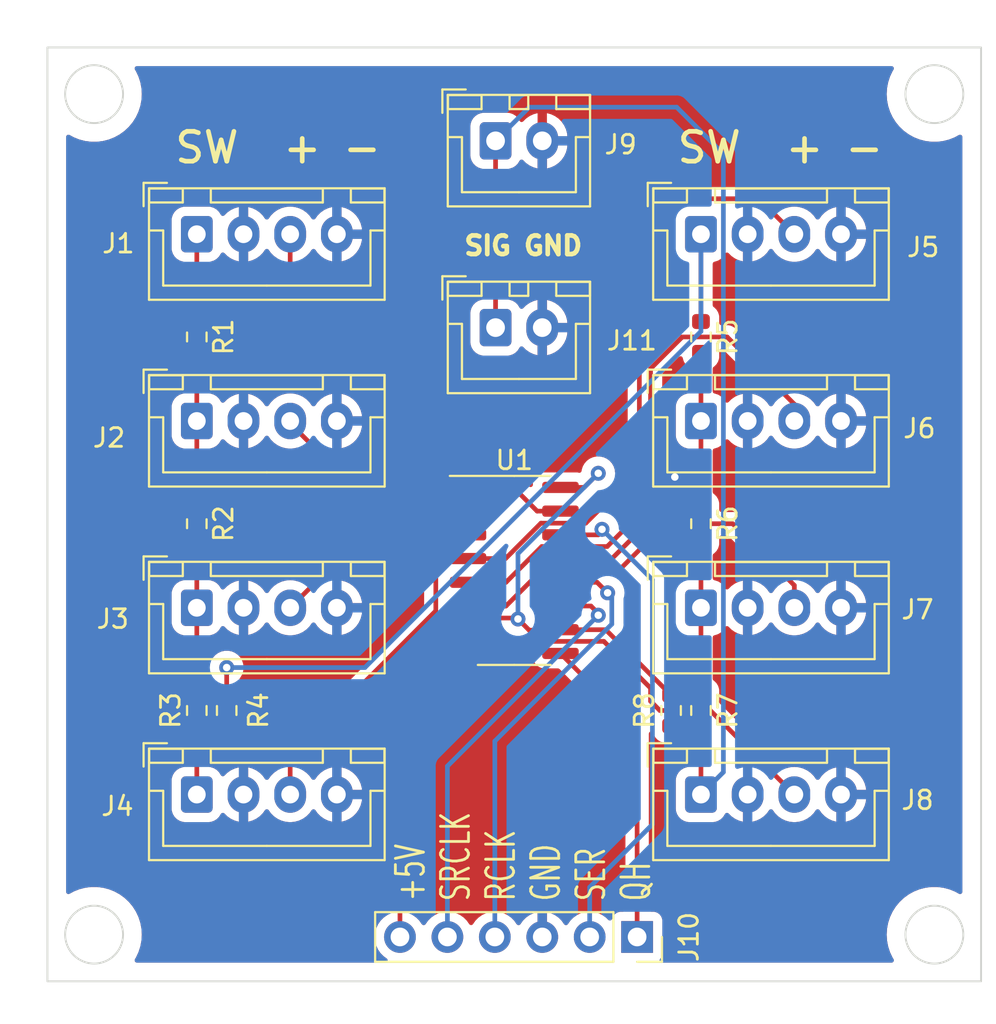
<source format=kicad_pcb>
(kicad_pcb (version 20221018) (generator pcbnew)
  (layers (0 "F.Cu" signal) (31 "B.Cu" signal) (34 "B.Paste" user) (35 "F.Paste" user) (36 "B.SilkS" user "B.Silkscreen") (37 "F.SilkS" user "F.Silkscreen") (38 "B.Mask" user) (39 "F.Mask" user) (44 "Edge.Cuts" user))
  (net 0 "")
  (net 1 "B1")
  (net 2 "GND")
  (net 3 "B2")
  (net 4 "B3")
  (net 5 "B4")
  (net 6 "B5")
  (net 7 "B6")
  (net 8 "B7")
  (net 9 "B8")
  (net 10 "QH")
  (net 11 "SER")
  (net 12 "RCLK")
  (net 13 "SRCLK")
  (net 14 "+5V")
  (net 15 "Net-(J1-Pin_1)")
  (net 16 "Net-(J2-Pin_1)")
  (net 17 "Net-(J3-Pin_1)")
  (net 18 "Net-(J4-Pin_1)")
  (net 19 "Net-(J5-Pin_1)")
  (net 20 "Net-(J6-Pin_1)")
  (net 21 "Net-(J7-Pin_1)")
  (net 22 "A1")
  (footprint "Resistor_SMD:R_0603_1608Metric" (layer "F.Cu") (at 8 25.5 -90)
    (fp_text reference "R2" (at 0 -1.43 90) (layer "F.SilkS"))
    (fp_text value "1k")
    (fp_line (start -0.237258 -0.5225) (end 0.237258 -0.5225) (stroke (width 0.12)) (layer "F.SilkS"))
    (fp_line (start -0.237258 0.5225) (end 0.237258 0.5225) (stroke (width 0.12)) (layer "F.SilkS"))
    (pad "1" smd roundrect (at -0.825 0 270) (size 0.8 0.95) (layers "F.Cu" "F.Paste" "F.Mask") (net 16 "Net-(J2-Pin_1)"))
    (pad "2" smd roundrect (at 0.825 0 270) (size 0.8 0.95) (layers "F.Cu" "F.Paste" "F.Mask") (net 17 "Net-(J3-Pin_1)"))
  )
  (footprint "Connector_JST:JST_XH_B2B-XH-A_1x02_P2.50mm_Vertical" (layer "F.Cu") (at 24 15)
    (fp_text reference "J11" (at 7.3 0.7) (layer "F.SilkS"))
    (fp_text value "JST_XH")
    (fp_line (start -2.85 -2.75) (end -2.85 -1.5) (stroke (width 0.12)) (layer "F.SilkS"))
    (fp_line (start -2.56 -2.46) (end -2.56 3.51) (stroke (width 0.12)) (layer "F.SilkS"))
    (fp_line (start -2.56 3.51) (end 5.06 3.51) (stroke (width 0.12)) (layer "F.SilkS"))
    (fp_line (start -2.55 -2.45) (end -2.55 -1.7) (stroke (width 0.12)) (layer "F.SilkS"))
    (fp_line (start -2.55 -1.7) (end -0.75 -1.7) (stroke (width 0.12)) (layer "F.SilkS"))
    (fp_line (start -2.55 -0.2) (end -1.8 -0.2) (stroke (width 0.12)) (layer "F.SilkS"))
    (fp_line (start -1.8 -0.2) (end -1.8 2.75) (stroke (width 0.12)) (layer "F.SilkS"))
    (fp_line (start -1.8 2.75) (end 1.25 2.75) (stroke (width 0.12)) (layer "F.SilkS"))
    (fp_line (start -1.6 -2.75) (end -2.85 -2.75) (stroke (width 0.12)) (layer "F.SilkS"))
    (fp_line (start -0.75 -2.45) (end -2.55 -2.45) (stroke (width 0.12)) (layer "F.SilkS"))
    (fp_line (start -0.75 -1.7) (end -0.75 -2.45) (stroke (width 0.12)) (layer "F.SilkS"))
    (fp_line (start 0.75 -2.45) (end 0.75 -1.7) (stroke (width 0.12)) (layer "F.SilkS"))
    (fp_line (start 0.75 -1.7) (end 1.75 -1.7) (stroke (width 0.12)) (layer "F.SilkS"))
    (fp_line (start 1.75 -2.45) (end 0.75 -2.45) (stroke (width 0.12)) (layer "F.SilkS"))
    (fp_line (start 1.75 -1.7) (end 1.75 -2.45) (stroke (width 0.12)) (layer "F.SilkS"))
    (fp_line (start 3.25 -2.45) (end 3.25 -1.7) (stroke (width 0.12)) (layer "F.SilkS"))
    (fp_line (start 3.25 -1.7) (end 5.05 -1.7) (stroke (width 0.12)) (layer "F.SilkS"))
    (fp_line (start 4.3 -0.2) (end 4.3 2.75) (stroke (width 0.12)) (layer "F.SilkS"))
    (fp_line (start 4.3 2.75) (end 1.25 2.75) (stroke (width 0.12)) (layer "F.SilkS"))
    (fp_line (start 5.05 -2.45) (end 3.25 -2.45) (stroke (width 0.12)) (layer "F.SilkS"))
    (fp_line (start 5.05 -1.7) (end 5.05 -2.45) (stroke (width 0.12)) (layer "F.SilkS"))
    (fp_line (start 5.05 -0.2) (end 4.3 -0.2) (stroke (width 0.12)) (layer "F.SilkS"))
    (fp_line (start 5.06 -2.46) (end -2.56 -2.46) (stroke (width 0.12)) (layer "F.SilkS"))
    (fp_line (start 5.06 3.51) (end 5.06 -2.46) (stroke (width 0.12)) (layer "F.SilkS"))
    (pad "1" thru_hole roundrect (at 0 0) (size 1.7 2) (drill 1) (layers "*.Cu" "*.Mask") (roundrect_rratio 0.1470588235) (net 22 "A1"))
    (pad "2" thru_hole oval (at 2.5 0) (size 1.7 2) (drill 1) (layers "*.Cu" "*.Mask") (net 2 "GND"))
  )
  (footprint "Connector_JST:JST_XH_B4B-XH-A_1x04_P2.50mm_Vertical" (layer "F.Cu") (at 35 40)
    (fp_text reference "J8" (at 11.6 0.3) (layer "F.SilkS"))
    (fp_text value "Conn_01x04")
    (fp_line (start -2.85 -2.75) (end -2.85 -1.5) (stroke (width 0.12)) (layer "F.SilkS"))
    (fp_line (start -2.56 -2.46) (end -2.56 3.51) (stroke (width 0.12)) (layer "F.SilkS"))
    (fp_line (start -2.56 3.51) (end 10.06 3.51) (stroke (width 0.12)) (layer "F.SilkS"))
    (fp_line (start -2.55 -2.45) (end -2.55 -1.7) (stroke (width 0.12)) (layer "F.SilkS"))
    (fp_line (start -2.55 -1.7) (end -0.75 -1.7) (stroke (width 0.12)) (layer "F.SilkS"))
    (fp_line (start -2.55 -0.2) (end -1.8 -0.2) (stroke (width 0.12)) (layer "F.SilkS"))
    (fp_line (start -1.8 -0.2) (end -1.8 2.75) (stroke (width 0.12)) (layer "F.SilkS"))
    (fp_line (start -1.8 2.75) (end 3.75 2.75) (stroke (width 0.12)) (layer "F.SilkS"))
    (fp_line (start -1.6 -2.75) (end -2.85 -2.75) (stroke (width 0.12)) (layer "F.SilkS"))
    (fp_line (start -0.75 -2.45) (end -2.55 -2.45) (stroke (width 0.12)) (layer "F.SilkS"))
    (fp_line (start -0.75 -1.7) (end -0.75 -2.45) (stroke (width 0.12)) (layer "F.SilkS"))
    (fp_line (start 0.75 -2.45) (end 0.75 -1.7) (stroke (width 0.12)) (layer "F.SilkS"))
    (fp_line (start 0.75 -1.7) (end 6.75 -1.7) (stroke (width 0.12)) (layer "F.SilkS"))
    (fp_line (start 6.75 -2.45) (end 0.75 -2.45) (stroke (width 0.12)) (layer "F.SilkS"))
    (fp_line (start 6.75 -1.7) (end 6.75 -2.45) (stroke (width 0.12)) (layer "F.SilkS"))
    (fp_line (start 8.25 -2.45) (end 8.25 -1.7) (stroke (width 0.12)) (layer "F.SilkS"))
    (fp_line (start 8.25 -1.7) (end 10.05 -1.7) (stroke (width 0.12)) (layer "F.SilkS"))
    (fp_line (start 9.3 -0.2) (end 9.3 2.75) (stroke (width 0.12)) (layer "F.SilkS"))
    (fp_line (start 9.3 2.75) (end 3.75 2.75) (stroke (width 0.12)) (layer "F.SilkS"))
    (fp_line (start 10.05 -2.45) (end 8.25 -2.45) (stroke (width 0.12)) (layer "F.SilkS"))
    (fp_line (start 10.05 -1.7) (end 10.05 -2.45) (stroke (width 0.12)) (layer "F.SilkS"))
    (fp_line (start 10.05 -0.2) (end 9.3 -0.2) (stroke (width 0.12)) (layer "F.SilkS"))
    (fp_line (start 10.06 -2.46) (end -2.56 -2.46) (stroke (width 0.12)) (layer "F.SilkS"))
    (fp_line (start 10.06 3.51) (end 10.06 -2.46) (stroke (width 0.12)) (layer "F.SilkS"))
    (pad "1" thru_hole roundrect (at 0 0) (size 1.7 1.95) (drill 0.95) (layers "*.Cu" "*.Mask") (roundrect_rratio 0.1470588235) (net 22 "A1"))
    (pad "2" thru_hole oval (at 2.5 0) (size 1.7 1.95) (drill 0.95) (layers "*.Cu" "*.Mask") (net 2 "GND"))
    (pad "3" thru_hole oval (at 5 0) (size 1.7 1.95) (drill 0.95) (layers "*.Cu" "*.Mask") (net 9 "B8"))
    (pad "4" thru_hole oval (at 7.5 0) (size 1.7 1.95) (drill 0.95) (layers "*.Cu" "*.Mask") (net 2 "GND"))
  )
  (footprint "Connector_PinSocket_2.54mm:PinSocket_1x06_P2.54mm_Vertical" (layer "F.Cu") (at 31.58 47.625 -90)
    (fp_text reference "J10" (at 0 -2.77 90) (layer "F.SilkS"))
    (fp_text value "Conn_01x06")
    (fp_line (start -1.33 1.27) (end -1.33 14.03) (stroke (width 0.12)) (layer "F.SilkS"))
    (fp_line (start -1.33 1.27) (end 1.33 1.27) (stroke (width 0.12)) (layer "F.SilkS"))
    (fp_line (start -1.33 14.03) (end 1.33 14.03) (stroke (width 0.12)) (layer "F.SilkS"))
    (fp_line (start 0 -1.33) (end 1.33 -1.33) (stroke (width 0.12)) (layer "F.SilkS"))
    (fp_line (start 1.33 -1.33) (end 1.33 0) (stroke (width 0.12)) (layer "F.SilkS"))
    (fp_line (start 1.33 1.27) (end 1.33 14.03) (stroke (width 0.12)) (layer "F.SilkS"))
    (pad "1" thru_hole rect (at 0 0 270) (size 1.7 1.7) (drill 1) (layers "*.Cu" "*.Mask") (net 10 "QH"))
    (pad "2" thru_hole oval (at 0 2.54 270) (size 1.7 1.7) (drill 1) (layers "*.Cu" "*.Mask") (net 11 "SER"))
    (pad "3" thru_hole oval (at 0 5.08 270) (size 1.7 1.7) (drill 1) (layers "*.Cu" "*.Mask") (net 2 "GND"))
    (pad "4" thru_hole oval (at 0 7.62 270) (size 1.7 1.7) (drill 1) (layers "*.Cu" "*.Mask") (net 12 "RCLK"))
    (pad "5" thru_hole oval (at 0 10.16 270) (size 1.7 1.7) (drill 1) (layers "*.Cu" "*.Mask") (net 13 "SRCLK"))
    (pad "6" thru_hole oval (at 0 12.7 270) (size 1.7 1.7) (drill 1) (layers "*.Cu" "*.Mask") (net 14 "+5V"))
  )
  (footprint "Resistor_SMD:R_0603_1608Metric" (layer "F.Cu") (at 33.4 35.5 90)
    (fp_text reference "R8" (at 0 -1.43 90) (layer "F.SilkS"))
    (fp_text value "1k")
    (fp_line (start -0.237258 -0.5225) (end 0.237258 -0.5225) (stroke (width 0.12)) (layer "F.SilkS"))
    (fp_line (start -0.237258 0.5225) (end 0.237258 0.5225) (stroke (width 0.12)) (layer "F.SilkS"))
    (pad "1" smd roundrect (at -0.825 0 90) (size 0.8 0.95) (layers "F.Cu" "F.Paste" "F.Mask") (net 22 "A1"))
    (pad "2" smd roundrect (at 0.825 0 90) (size 0.8 0.95) (layers "F.Cu" "F.Paste" "F.Mask") (net 14 "+5V"))
  )
  (footprint "Resistor_SMD:R_0603_1608Metric" (layer "F.Cu") (at 35 35.5 -90)
    (fp_text reference "R7" (at 0 -1.43 90) (layer "F.SilkS"))
    (fp_text value "1k")
    (fp_line (start -0.237258 -0.5225) (end 0.237258 -0.5225) (stroke (width 0.12)) (layer "F.SilkS"))
    (fp_line (start -0.237258 0.5225) (end 0.237258 0.5225) (stroke (width 0.12)) (layer "F.SilkS"))
    (pad "1" smd roundrect (at -0.825 0 270) (size 0.8 0.95) (layers "F.Cu" "F.Paste" "F.Mask") (net 21 "Net-(J7-Pin_1)"))
    (pad "2" smd roundrect (at 0.825 0 270) (size 0.8 0.95) (layers "F.Cu" "F.Paste" "F.Mask") (net 22 "A1"))
  )
  (footprint "Connector_JST:JST_XH_B4B-XH-A_1x04_P2.50mm_Vertical" (layer "F.Cu") (at 8 10)
    (fp_text reference "J1" (at -4.2 0.5) (layer "F.SilkS"))
    (fp_text value "Conn_01x04")
    (fp_line (start -2.85 -2.75) (end -2.85 -1.5) (stroke (width 0.12)) (layer "F.SilkS"))
    (fp_line (start -2.56 -2.46) (end -2.56 3.51) (stroke (width 0.12)) (layer "F.SilkS"))
    (fp_line (start -2.56 3.51) (end 10.06 3.51) (stroke (width 0.12)) (layer "F.SilkS"))
    (fp_line (start -2.55 -2.45) (end -2.55 -1.7) (stroke (width 0.12)) (layer "F.SilkS"))
    (fp_line (start -2.55 -1.7) (end -0.75 -1.7) (stroke (width 0.12)) (layer "F.SilkS"))
    (fp_line (start -2.55 -0.2) (end -1.8 -0.2) (stroke (width 0.12)) (layer "F.SilkS"))
    (fp_line (start -1.8 -0.2) (end -1.8 2.75) (stroke (width 0.12)) (layer "F.SilkS"))
    (fp_line (start -1.8 2.75) (end 3.75 2.75) (stroke (width 0.12)) (layer "F.SilkS"))
    (fp_line (start -1.6 -2.75) (end -2.85 -2.75) (stroke (width 0.12)) (layer "F.SilkS"))
    (fp_line (start -0.75 -2.45) (end -2.55 -2.45) (stroke (width 0.12)) (layer "F.SilkS"))
    (fp_line (start -0.75 -1.7) (end -0.75 -2.45) (stroke (width 0.12)) (layer "F.SilkS"))
    (fp_line (start 0.75 -2.45) (end 0.75 -1.7) (stroke (width 0.12)) (layer "F.SilkS"))
    (fp_line (start 0.75 -1.7) (end 6.75 -1.7) (stroke (width 0.12)) (layer "F.SilkS"))
    (fp_line (start 6.75 -2.45) (end 0.75 -2.45) (stroke (width 0.12)) (layer "F.SilkS"))
    (fp_line (start 6.75 -1.7) (end 6.75 -2.45) (stroke (width 0.12)) (layer "F.SilkS"))
    (fp_line (start 8.25 -2.45) (end 8.25 -1.7) (stroke (width 0.12)) (layer "F.SilkS"))
    (fp_line (start 8.25 -1.7) (end 10.05 -1.7) (stroke (width 0.12)) (layer "F.SilkS"))
    (fp_line (start 9.3 -0.2) (end 9.3 2.75) (stroke (width 0.12)) (layer "F.SilkS"))
    (fp_line (start 9.3 2.75) (end 3.75 2.75) (stroke (width 0.12)) (layer "F.SilkS"))
    (fp_line (start 10.05 -2.45) (end 8.25 -2.45) (stroke (width 0.12)) (layer "F.SilkS"))
    (fp_line (start 10.05 -1.7) (end 10.05 -2.45) (stroke (width 0.12)) (layer "F.SilkS"))
    (fp_line (start 10.05 -0.2) (end 9.3 -0.2) (stroke (width 0.12)) (layer "F.SilkS"))
    (fp_line (start 10.06 -2.46) (end -2.56 -2.46) (stroke (width 0.12)) (layer "F.SilkS"))
    (fp_line (start 10.06 3.51) (end 10.06 -2.46) (stroke (width 0.12)) (layer "F.SilkS"))
    (pad "1" thru_hole roundrect (at 0 0) (size 1.7 1.95) (drill 0.95) (layers "*.Cu" "*.Mask") (roundrect_rratio 0.1470588235) (net 15 "Net-(J1-Pin_1)"))
    (pad "2" thru_hole oval (at 2.5 0) (size 1.7 1.95) (drill 0.95) (layers "*.Cu" "*.Mask") (net 2 "GND"))
    (pad "3" thru_hole oval (at 5 0) (size 1.7 1.95) (drill 0.95) (layers "*.Cu" "*.Mask") (net 1 "B1"))
    (pad "4" thru_hole oval (at 7.5 0) (size 1.7 1.95) (drill 0.95) (layers "*.Cu" "*.Mask") (net 2 "GND"))
  )
  (footprint "Package_SO:SOIC-16_3.9x9.9mm_P1.27mm" (layer "F.Cu") (at 25 28)
    (fp_text reference "U1" (at 0 -5.9) (layer "F.SilkS"))
    (fp_text value "74HC595")
    (fp_line (start 0 -5.06) (end -3.45 -5.06) (stroke (width 0.12)) (layer "F.SilkS"))
    (fp_line (start 0 -5.06) (end 1.95 -5.06) (stroke (width 0.12)) (layer "F.SilkS"))
    (fp_line (start 0 5.06) (end -1.95 5.06) (stroke (width 0.12)) (layer "F.SilkS"))
    (fp_line (start 0 5.06) (end 1.95 5.06) (stroke (width 0.12)) (layer "F.SilkS"))
    (pad "1" smd roundrect (at -2.475 -4.445) (size 1.95 0.6) (layers "F.Cu" "F.Paste" "F.Mask") (net 3 "B2"))
    (pad "2" smd roundrect (at -2.475 -3.175) (size 1.95 0.6) (layers "F.Cu" "F.Paste" "F.Mask") (net 4 "B3"))
    (pad "3" smd roundrect (at -2.475 -1.905) (size 1.95 0.6) (layers "F.Cu" "F.Paste" "F.Mask") (net 5 "B4"))
    (pad "4" smd roundrect (at -2.475 -0.635) (size 1.95 0.6) (layers "F.Cu" "F.Paste" "F.Mask") (net 6 "B5"))
    (pad "5" smd roundrect (at -2.475 0.635) (size 1.95 0.6) (layers "F.Cu" "F.Paste" "F.Mask") (net 7 "B6"))
    (pad "6" smd roundrect (at -2.475 1.905) (size 1.95 0.6) (layers "F.Cu" "F.Paste" "F.Mask") (net 8 "B7"))
    (pad "7" smd roundrect (at -2.475 3.175) (size 1.95 0.6) (layers "F.Cu" "F.Paste" "F.Mask") (net 9 "B8"))
    (pad "8" smd roundrect (at -2.475 4.445) (size 1.95 0.6) (layers "F.Cu" "F.Paste" "F.Mask") (net 2 "GND"))
    (pad "9" smd roundrect (at 2.475 4.445) (size 1.95 0.6) (layers "F.Cu" "F.Paste" "F.Mask") (net 10 "QH"))
    (pad "10" smd roundrect (at 2.475 3.175) (size 1.95 0.6) (layers "F.Cu" "F.Paste" "F.Mask") (net 14 "+5V"))
    (pad "11" smd roundrect (at 2.475 1.905) (size 1.95 0.6) (layers "F.Cu" "F.Paste" "F.Mask") (net 13 "SRCLK"))
    (pad "12" smd roundrect (at 2.475 0.635) (size 1.95 0.6) (layers "F.Cu" "F.Paste" "F.Mask") (net 12 "RCLK"))
    (pad "13" smd roundrect (at 2.475 -0.635) (size 1.95 0.6) (layers "F.Cu" "F.Paste" "F.Mask") (net 2 "GND"))
    (pad "14" smd roundrect (at 2.475 -1.905) (size 1.95 0.6) (layers "F.Cu" "F.Paste" "F.Mask") (net 11 "SER"))
    (pad "15" smd roundrect (at 2.475 -3.175) (size 1.95 0.6) (layers "F.Cu" "F.Paste" "F.Mask") (net 1 "B1"))
    (pad "16" smd roundrect (at 2.475 -4.445) (size 1.95 0.6) (layers "F.Cu" "F.Paste" "F.Mask") (net 14 "+5V"))
  )
  (footprint "Connector_JST:JST_XH_B4B-XH-A_1x04_P2.50mm_Vertical" (layer "F.Cu") (at 35 30)
    (fp_text reference "J7" (at 11.6 0.1) (layer "F.SilkS"))
    (fp_text value "Conn_01x04")
    (fp_line (start -2.85 -2.75) (end -2.85 -1.5) (stroke (width 0.12)) (layer "F.SilkS"))
    (fp_line (start -2.56 -2.46) (end -2.56 3.51) (stroke (width 0.12)) (layer "F.SilkS"))
    (fp_line (start -2.56 3.51) (end 10.06 3.51) (stroke (width 0.12)) (layer "F.SilkS"))
    (fp_line (start -2.55 -2.45) (end -2.55 -1.7) (stroke (width 0.12)) (layer "F.SilkS"))
    (fp_line (start -2.55 -1.7) (end -0.75 -1.7) (stroke (width 0.12)) (layer "F.SilkS"))
    (fp_line (start -2.55 -0.2) (end -1.8 -0.2) (stroke (width 0.12)) (layer "F.SilkS"))
    (fp_line (start -1.8 -0.2) (end -1.8 2.75) (stroke (width 0.12)) (layer "F.SilkS"))
    (fp_line (start -1.8 2.75) (end 3.75 2.75) (stroke (width 0.12)) (layer "F.SilkS"))
    (fp_line (start -1.6 -2.75) (end -2.85 -2.75) (stroke (width 0.12)) (layer "F.SilkS"))
    (fp_line (start -0.75 -2.45) (end -2.55 -2.45) (stroke (width 0.12)) (layer "F.SilkS"))
    (fp_line (start -0.75 -1.7) (end -0.75 -2.45) (stroke (width 0.12)) (layer "F.SilkS"))
    (fp_line (start 0.75 -2.45) (end 0.75 -1.7) (stroke (width 0.12)) (layer "F.SilkS"))
    (fp_line (start 0.75 -1.7) (end 6.75 -1.7) (stroke (width 0.12)) (layer "F.SilkS"))
    (fp_line (start 6.75 -2.45) (end 0.75 -2.45) (stroke (width 0.12)) (layer "F.SilkS"))
    (fp_line (start 6.75 -1.7) (end 6.75 -2.45) (stroke (width 0.12)) (layer "F.SilkS"))
    (fp_line (start 8.25 -2.45) (end 8.25 -1.7) (stroke (width 0.12)) (layer "F.SilkS"))
    (fp_line (start 8.25 -1.7) (end 10.05 -1.7) (stroke (width 0.12)) (layer "F.SilkS"))
    (fp_line (start 9.3 -0.2) (end 9.3 2.75) (stroke (width 0.12)) (layer "F.SilkS"))
    (fp_line (start 9.3 2.75) (end 3.75 2.75) (stroke (width 0.12)) (layer "F.SilkS"))
    (fp_line (start 10.05 -2.45) (end 8.25 -2.45) (stroke (width 0.12)) (layer "F.SilkS"))
    (fp_line (start 10.05 -1.7) (end 10.05 -2.45) (stroke (width 0.12)) (layer "F.SilkS"))
    (fp_line (start 10.05 -0.2) (end 9.3 -0.2) (stroke (width 0.12)) (layer "F.SilkS"))
    (fp_line (start 10.06 -2.46) (end -2.56 -2.46) (stroke (width 0.12)) (layer "F.SilkS"))
    (fp_line (start 10.06 3.51) (end 10.06 -2.46) (stroke (width 0.12)) (layer "F.SilkS"))
    (pad "1" thru_hole roundrect (at 0 0) (size 1.7 1.95) (drill 0.95) (layers "*.Cu" "*.Mask") (roundrect_rratio 0.1470588235) (net 21 "Net-(J7-Pin_1)"))
    (pad "2" thru_hole oval (at 2.5 0) (size 1.7 1.95) (drill 0.95) (layers "*.Cu" "*.Mask") (net 2 "GND"))
    (pad "3" thru_hole oval (at 5 0) (size 1.7 1.95) (drill 0.95) (layers "*.Cu" "*.Mask") (net 8 "B7"))
    (pad "4" thru_hole oval (at 7.5 0) (size 1.7 1.95) (drill 0.95) (layers "*.Cu" "*.Mask") (net 2 "GND"))
  )
  (footprint "Connector_JST:JST_XH_B4B-XH-A_1x04_P2.50mm_Vertical" (layer "F.Cu") (at 35 20)
    (fp_text reference "J6" (at 11.7 0.4) (layer "F.SilkS"))
    (fp_text value "Conn_01x04")
    (fp_line (start -2.85 -2.75) (end -2.85 -1.5) (stroke (width 0.12)) (layer "F.SilkS"))
    (fp_line (start -2.56 -2.46) (end -2.56 3.51) (stroke (width 0.12)) (layer "F.SilkS"))
    (fp_line (start -2.56 3.51) (end 10.06 3.51) (stroke (width 0.12)) (layer "F.SilkS"))
    (fp_line (start -2.55 -2.45) (end -2.55 -1.7) (stroke (width 0.12)) (layer "F.SilkS"))
    (fp_line (start -2.55 -1.7) (end -0.75 -1.7) (stroke (width 0.12)) (layer "F.SilkS"))
    (fp_line (start -2.55 -0.2) (end -1.8 -0.2) (stroke (width 0.12)) (layer "F.SilkS"))
    (fp_line (start -1.8 -0.2) (end -1.8 2.75) (stroke (width 0.12)) (layer "F.SilkS"))
    (fp_line (start -1.8 2.75) (end 3.75 2.75) (stroke (width 0.12)) (layer "F.SilkS"))
    (fp_line (start -1.6 -2.75) (end -2.85 -2.75) (stroke (width 0.12)) (layer "F.SilkS"))
    (fp_line (start -0.75 -2.45) (end -2.55 -2.45) (stroke (width 0.12)) (layer "F.SilkS"))
    (fp_line (start -0.75 -1.7) (end -0.75 -2.45) (stroke (width 0.12)) (layer "F.SilkS"))
    (fp_line (start 0.75 -2.45) (end 0.75 -1.7) (stroke (width 0.12)) (layer "F.SilkS"))
    (fp_line (start 0.75 -1.7) (end 6.75 -1.7) (stroke (width 0.12)) (layer "F.SilkS"))
    (fp_line (start 6.75 -2.45) (end 0.75 -2.45) (stroke (width 0.12)) (layer "F.SilkS"))
    (fp_line (start 6.75 -1.7) (end 6.75 -2.45) (stroke (width 0.12)) (layer "F.SilkS"))
    (fp_line (start 8.25 -2.45) (end 8.25 -1.7) (stroke (width 0.12)) (layer "F.SilkS"))
    (fp_line (start 8.25 -1.7) (end 10.05 -1.7) (stroke (width 0.12)) (layer "F.SilkS"))
    (fp_line (start 9.3 -0.2) (end 9.3 2.75) (stroke (width 0.12)) (layer "F.SilkS"))
    (fp_line (start 9.3 2.75) (end 3.75 2.75) (stroke (width 0.12)) (layer "F.SilkS"))
    (fp_line (start 10.05 -2.45) (end 8.25 -2.45) (stroke (width 0.12)) (layer "F.SilkS"))
    (fp_line (start 10.05 -1.7) (end 10.05 -2.45) (stroke (width 0.12)) (layer "F.SilkS"))
    (fp_line (start 10.05 -0.2) (end 9.3 -0.2) (stroke (width 0.12)) (layer "F.SilkS"))
    (fp_line (start 10.06 -2.46) (end -2.56 -2.46) (stroke (width 0.12)) (layer "F.SilkS"))
    (fp_line (start 10.06 3.51) (end 10.06 -2.46) (stroke (width 0.12)) (layer "F.SilkS"))
    (pad "1" thru_hole roundrect (at 0 0) (size 1.7 1.95) (drill 0.95) (layers "*.Cu" "*.Mask") (roundrect_rratio 0.1470588235) (net 20 "Net-(J6-Pin_1)"))
    (pad "2" thru_hole oval (at 2.5 0) (size 1.7 1.95) (drill 0.95) (layers "*.Cu" "*.Mask") (net 2 "GND"))
    (pad "3" thru_hole oval (at 5 0) (size 1.7 1.95) (drill 0.95) (layers "*.Cu" "*.Mask") (net 7 "B6"))
    (pad "4" thru_hole oval (at 7.5 0) (size 1.7 1.95) (drill 0.95) (layers "*.Cu" "*.Mask") (net 2 "GND"))
  )
  (footprint "Connector_JST:JST_XH_B4B-XH-A_1x04_P2.50mm_Vertical" (layer "F.Cu") (at 35 10)
    (fp_text reference "J5" (at 11.9 0.7) (layer "F.SilkS"))
    (fp_text value "Conn_01x04")
    (fp_line (start -2.85 -2.75) (end -2.85 -1.5) (stroke (width 0.12)) (layer "F.SilkS"))
    (fp_line (start -2.56 -2.46) (end -2.56 3.51) (stroke (width 0.12)) (layer "F.SilkS"))
    (fp_line (start -2.56 3.51) (end 10.06 3.51) (stroke (width 0.12)) (layer "F.SilkS"))
    (fp_line (start -2.55 -2.45) (end -2.55 -1.7) (stroke (width 0.12)) (layer "F.SilkS"))
    (fp_line (start -2.55 -1.7) (end -0.75 -1.7) (stroke (width 0.12)) (layer "F.SilkS"))
    (fp_line (start -2.55 -0.2) (end -1.8 -0.2) (stroke (width 0.12)) (layer "F.SilkS"))
    (fp_line (start -1.8 -0.2) (end -1.8 2.75) (stroke (width 0.12)) (layer "F.SilkS"))
    (fp_line (start -1.8 2.75) (end 3.75 2.75) (stroke (width 0.12)) (layer "F.SilkS"))
    (fp_line (start -1.6 -2.75) (end -2.85 -2.75) (stroke (width 0.12)) (layer "F.SilkS"))
    (fp_line (start -0.75 -2.45) (end -2.55 -2.45) (stroke (width 0.12)) (layer "F.SilkS"))
    (fp_line (start -0.75 -1.7) (end -0.75 -2.45) (stroke (width 0.12)) (layer "F.SilkS"))
    (fp_line (start 0.75 -2.45) (end 0.75 -1.7) (stroke (width 0.12)) (layer "F.SilkS"))
    (fp_line (start 0.75 -1.7) (end 6.75 -1.7) (stroke (width 0.12)) (layer "F.SilkS"))
    (fp_line (start 6.75 -2.45) (end 0.75 -2.45) (stroke (width 0.12)) (layer "F.SilkS"))
    (fp_line (start 6.75 -1.7) (end 6.75 -2.45) (stroke (width 0.12)) (layer "F.SilkS"))
    (fp_line (start 8.25 -2.45) (end 8.25 -1.7) (stroke (width 0.12)) (layer "F.SilkS"))
    (fp_line (start 8.25 -1.7) (end 10.05 -1.7) (stroke (width 0.12)) (layer "F.SilkS"))
    (fp_line (start 9.3 -0.2) (end 9.3 2.75) (stroke (width 0.12)) (layer "F.SilkS"))
    (fp_line (start 9.3 2.75) (end 3.75 2.75) (stroke (width 0.12)) (layer "F.SilkS"))
    (fp_line (start 10.05 -2.45) (end 8.25 -2.45) (stroke (width 0.12)) (layer "F.SilkS"))
    (fp_line (start 10.05 -1.7) (end 10.05 -2.45) (stroke (width 0.12)) (layer "F.SilkS"))
    (fp_line (start 10.05 -0.2) (end 9.3 -0.2) (stroke (width 0.12)) (layer "F.SilkS"))
    (fp_line (start 10.06 -2.46) (end -2.56 -2.46) (stroke (width 0.12)) (layer "F.SilkS"))
    (fp_line (start 10.06 3.51) (end 10.06 -2.46) (stroke (width 0.12)) (layer "F.SilkS"))
    (pad "1" thru_hole roundrect (at 0 0) (size 1.7 1.95) (drill 0.95) (layers "*.Cu" "*.Mask") (roundrect_rratio 0.1470588235) (net 19 "Net-(J5-Pin_1)"))
    (pad "2" thru_hole oval (at 2.5 0) (size 1.7 1.95) (drill 0.95) (layers "*.Cu" "*.Mask") (net 2 "GND"))
    (pad "3" thru_hole oval (at 5 0) (size 1.7 1.95) (drill 0.95) (layers "*.Cu" "*.Mask") (net 6 "B5"))
    (pad "4" thru_hole oval (at 7.5 0) (size 1.7 1.95) (drill 0.95) (layers "*.Cu" "*.Mask") (net 2 "GND"))
  )
  (footprint "Resistor_SMD:R_0603_1608Metric" (layer "F.Cu") (at 8 15.5 -90)
    (fp_text reference "R1" (at 0 -1.43 90) (layer "F.SilkS"))
    (fp_text value "1k")
    (fp_line (start -0.237258 -0.5225) (end 0.237258 -0.5225) (stroke (width 0.12)) (layer "F.SilkS"))
    (fp_line (start -0.237258 0.5225) (end 0.237258 0.5225) (stroke (width 0.12)) (layer "F.SilkS"))
    (pad "1" smd roundrect (at -0.825 0 270) (size 0.8 0.95) (layers "F.Cu" "F.Paste" "F.Mask") (net 15 "Net-(J1-Pin_1)"))
    (pad "2" smd roundrect (at 0.825 0 270) (size 0.8 0.95) (layers "F.Cu" "F.Paste" "F.Mask") (net 16 "Net-(J2-Pin_1)"))
  )
  (footprint "Connector_JST:JST_XH_B2B-XH-A_1x02_P2.50mm_Vertical" (layer "F.Cu") (at 24 5)
    (fp_text reference "J9" (at 6.7 0.2) (layer "F.SilkS"))
    (fp_text value "JST_XH")
    (fp_line (start -2.85 -2.75) (end -2.85 -1.5) (stroke (width 0.12)) (layer "F.SilkS"))
    (fp_line (start -2.56 -2.46) (end -2.56 3.51) (stroke (width 0.12)) (layer "F.SilkS"))
    (fp_line (start -2.56 3.51) (end 5.06 3.51) (stroke (width 0.12)) (layer "F.SilkS"))
    (fp_line (start -2.55 -2.45) (end -2.55 -1.7) (stroke (width 0.12)) (layer "F.SilkS"))
    (fp_line (start -2.55 -1.7) (end -0.75 -1.7) (stroke (width 0.12)) (layer "F.SilkS"))
    (fp_line (start -2.55 -0.2) (end -1.8 -0.2) (stroke (width 0.12)) (layer "F.SilkS"))
    (fp_line (start -1.8 -0.2) (end -1.8 2.75) (stroke (width 0.12)) (layer "F.SilkS"))
    (fp_line (start -1.8 2.75) (end 1.25 2.75) (stroke (width 0.12)) (layer "F.SilkS"))
    (fp_line (start -1.6 -2.75) (end -2.85 -2.75) (stroke (width 0.12)) (layer "F.SilkS"))
    (fp_line (start -0.75 -2.45) (end -2.55 -2.45) (stroke (width 0.12)) (layer "F.SilkS"))
    (fp_line (start -0.75 -1.7) (end -0.75 -2.45) (stroke (width 0.12)) (layer "F.SilkS"))
    (fp_line (start 0.75 -2.45) (end 0.75 -1.7) (stroke (width 0.12)) (layer "F.SilkS"))
    (fp_line (start 0.75 -1.7) (end 1.75 -1.7) (stroke (width 0.12)) (layer "F.SilkS"))
    (fp_line (start 1.75 -2.45) (end 0.75 -2.45) (stroke (width 0.12)) (layer "F.SilkS"))
    (fp_line (start 1.75 -1.7) (end 1.75 -2.45) (stroke (width 0.12)) (layer "F.SilkS"))
    (fp_line (start 3.25 -2.45) (end 3.25 -1.7) (stroke (width 0.12)) (layer "F.SilkS"))
    (fp_line (start 3.25 -1.7) (end 5.05 -1.7) (stroke (width 0.12)) (layer "F.SilkS"))
    (fp_line (start 4.3 -0.2) (end 4.3 2.75) (stroke (width 0.12)) (layer "F.SilkS"))
    (fp_line (start 4.3 2.75) (end 1.25 2.75) (stroke (width 0.12)) (layer "F.SilkS"))
    (fp_line (start 5.05 -2.45) (end 3.25 -2.45) (stroke (width 0.12)) (layer "F.SilkS"))
    (fp_line (start 5.05 -1.7) (end 5.05 -2.45) (stroke (width 0.12)) (layer "F.SilkS"))
    (fp_line (start 5.05 -0.2) (end 4.3 -0.2) (stroke (width 0.12)) (layer "F.SilkS"))
    (fp_line (start 5.06 -2.46) (end -2.56 -2.46) (stroke (width 0.12)) (layer "F.SilkS"))
    (fp_line (start 5.06 3.51) (end 5.06 -2.46) (stroke (width 0.12)) (layer "F.SilkS"))
    (pad "1" thru_hole roundrect (at 0 0) (size 1.7 2) (drill 1) (layers "*.Cu" "*.Mask") (roundrect_rratio 0.1470588235) (net 22 "A1"))
    (pad "2" thru_hole oval (at 2.5 0) (size 1.7 2) (drill 1) (layers "*.Cu" "*.Mask") (net 2 "GND"))
  )
  (footprint "Connector_JST:JST_XH_B4B-XH-A_1x04_P2.50mm_Vertical" (layer "F.Cu") (at 8 20)
    (fp_text reference "J2" (at -4.7 0.9) (layer "F.SilkS"))
    (fp_text value "Conn_01x04")
    (fp_line (start -2.85 -2.75) (end -2.85 -1.5) (stroke (width 0.12)) (layer "F.SilkS"))
    (fp_line (start -2.56 -2.46) (end -2.56 3.51) (stroke (width 0.12)) (layer "F.SilkS"))
    (fp_line (start -2.56 3.51) (end 10.06 3.51) (stroke (width 0.12)) (layer "F.SilkS"))
    (fp_line (start -2.55 -2.45) (end -2.55 -1.7) (stroke (width 0.12)) (layer "F.SilkS"))
    (fp_line (start -2.55 -1.7) (end -0.75 -1.7) (stroke (width 0.12)) (layer "F.SilkS"))
    (fp_line (start -2.55 -0.2) (end -1.8 -0.2) (stroke (width 0.12)) (layer "F.SilkS"))
    (fp_line (start -1.8 -0.2) (end -1.8 2.75) (stroke (width 0.12)) (layer "F.SilkS"))
    (fp_line (start -1.8 2.75) (end 3.75 2.75) (stroke (width 0.12)) (layer "F.SilkS"))
    (fp_line (start -1.6 -2.75) (end -2.85 -2.75) (stroke (width 0.12)) (layer "F.SilkS"))
    (fp_line (start -0.75 -2.45) (end -2.55 -2.45) (stroke (width 0.12)) (layer "F.SilkS"))
    (fp_line (start -0.75 -1.7) (end -0.75 -2.45) (stroke (width 0.12)) (layer "F.SilkS"))
    (fp_line (start 0.75 -2.45) (end 0.75 -1.7) (stroke (width 0.12)) (layer "F.SilkS"))
    (fp_line (start 0.75 -1.7) (end 6.75 -1.7) (stroke (width 0.12)) (layer "F.SilkS"))
    (fp_line (start 6.75 -2.45) (end 0.75 -2.45) (stroke (width 0.12)) (layer "F.SilkS"))
    (fp_line (start 6.75 -1.7) (end 6.75 -2.45) (stroke (width 0.12)) (layer "F.SilkS"))
    (fp_line (start 8.25 -2.45) (end 8.25 -1.7) (stroke (width 0.12)) (layer "F.SilkS"))
    (fp_line (start 8.25 -1.7) (end 10.05 -1.7) (stroke (width 0.12)) (layer "F.SilkS"))
    (fp_line (start 9.3 -0.2) (end 9.3 2.75) (stroke (width 0.12)) (layer "F.SilkS"))
    (fp_line (start 9.3 2.75) (end 3.75 2.75) (stroke (width 0.12)) (layer "F.SilkS"))
    (fp_line (start 10.05 -2.45) (end 8.25 -2.45) (stroke (width 0.12)) (layer "F.SilkS"))
    (fp_line (start 10.05 -1.7) (end 10.05 -2.45) (stroke (width 0.12)) (layer "F.SilkS"))
    (fp_line (start 10.05 -0.2) (end 9.3 -0.2) (stroke (width 0.12)) (layer "F.SilkS"))
    (fp_line (start 10.06 -2.46) (end -2.56 -2.46) (stroke (width 0.12)) (layer "F.SilkS"))
    (fp_line (start 10.06 3.51) (end 10.06 -2.46) (stroke (width 0.12)) (layer "F.SilkS"))
    (pad "1" thru_hole roundrect (at 0 0) (size 1.7 1.95) (drill 0.95) (layers "*.Cu" "*.Mask") (roundrect_rratio 0.1470588235) (net 16 "Net-(J2-Pin_1)"))
    (pad "2" thru_hole oval (at 2.5 0) (size 1.7 1.95) (drill 0.95) (layers "*.Cu" "*.Mask") (net 2 "GND"))
    (pad "3" thru_hole oval (at 5 0) (size 1.7 1.95) (drill 0.95) (layers "*.Cu" "*.Mask") (net 3 "B2"))
    (pad "4" thru_hole oval (at 7.5 0) (size 1.7 1.95) (drill 0.95) (layers "*.Cu" "*.Mask") (net 2 "GND"))
  )
  (footprint "Resistor_SMD:R_0603_1608Metric" (layer "F.Cu") (at 9.6 35.5 90)
    (fp_text reference "R4" (at 0 1.7 90) (layer "F.SilkS"))
    (fp_text value "1k")
    (fp_line (start -0.237258 -0.5225) (end 0.237258 -0.5225) (stroke (width 0.12)) (layer "F.SilkS"))
    (fp_line (start -0.237258 0.5225) (end 0.237258 0.5225) (stroke (width 0.12)) (layer "F.SilkS"))
    (pad "1" smd roundrect (at -0.825 0 90) (size 0.8 0.95) (layers "F.Cu" "F.Paste" "F.Mask") (net 18 "Net-(J4-Pin_1)"))
    (pad "2" smd roundrect (at 0.825 0 90) (size 0.8 0.95) (layers "F.Cu" "F.Paste" "F.Mask") (net 19 "Net-(J5-Pin_1)"))
  )
  (footprint "Resistor_SMD:R_0603_1608Metric" (layer "F.Cu") (at 8 35.5 -90)
    (fp_text reference "R3" (at 0 1.4 90) (layer "F.SilkS"))
    (fp_text value "1k")
    (fp_line (start -0.237258 -0.5225) (end 0.237258 -0.5225) (stroke (width 0.12)) (layer "F.SilkS"))
    (fp_line (start -0.237258 0.5225) (end 0.237258 0.5225) (stroke (width 0.12)) (layer "F.SilkS"))
    (pad "1" smd roundrect (at -0.825 0 270) (size 0.8 0.95) (layers "F.Cu" "F.Paste" "F.Mask") (net 17 "Net-(J3-Pin_1)"))
    (pad "2" smd roundrect (at 0.825 0 270) (size 0.8 0.95) (layers "F.Cu" "F.Paste" "F.Mask") (net 18 "Net-(J4-Pin_1)"))
  )
  (footprint "Resistor_SMD:R_0603_1608Metric" (layer "F.Cu") (at 35 15.5 -90)
    (fp_text reference "R5" (at 0 -1.43 90) (layer "F.SilkS"))
    (fp_text value "1k")
    (fp_line (start -0.237258 -0.5225) (end 0.237258 -0.5225) (stroke (width 0.12)) (layer "F.SilkS"))
    (fp_line (start -0.237258 0.5225) (end 0.237258 0.5225) (stroke (width 0.12)) (layer "F.SilkS"))
    (pad "1" smd roundrect (at -0.825 0 270) (size 0.8 0.95) (layers "F.Cu" "F.Paste" "F.Mask") (net 19 "Net-(J5-Pin_1)"))
    (pad "2" smd roundrect (at 0.825 0 270) (size 0.8 0.95) (layers "F.Cu" "F.Paste" "F.Mask") (net 20 "Net-(J6-Pin_1)"))
  )
  (footprint "Resistor_SMD:R_0603_1608Metric" (layer "F.Cu") (at 35 25.5 -90)
    (fp_text reference "R6" (at 0 -1.43 90) (layer "F.SilkS"))
    (fp_text value "1k")
    (fp_line (start -0.237258 -0.5225) (end 0.237258 -0.5225) (stroke (width 0.12)) (layer "F.SilkS"))
    (fp_line (start -0.237258 0.5225) (end 0.237258 0.5225) (stroke (width 0.12)) (layer "F.SilkS"))
    (pad "1" smd roundrect (at -0.825 0 270) (size 0.8 0.95) (layers "F.Cu" "F.Paste" "F.Mask") (net 20 "Net-(J6-Pin_1)"))
    (pad "2" smd roundrect (at 0.825 0 270) (size 0.8 0.95) (layers "F.Cu" "F.Paste" "F.Mask") (net 21 "Net-(J7-Pin_1)"))
  )
  (footprint "Connector_JST:JST_XH_B4B-XH-A_1x04_P2.50mm_Vertical" (layer "F.Cu") (at 8 30)
    (fp_text reference "J3" (at -4.5 0.6) (layer "F.SilkS"))
    (fp_text value "Conn_01x04")
    (fp_line (start -2.85 -2.75) (end -2.85 -1.5) (stroke (width 0.12)) (layer "F.SilkS"))
    (fp_line (start -2.56 -2.46) (end -2.56 3.51) (stroke (width 0.12)) (layer "F.SilkS"))
    (fp_line (start -2.56 3.51) (end 10.06 3.51) (stroke (width 0.12)) (layer "F.SilkS"))
    (fp_line (start -2.55 -2.45) (end -2.55 -1.7) (stroke (width 0.12)) (layer "F.SilkS"))
    (fp_line (start -2.55 -1.7) (end -0.75 -1.7) (stroke (width 0.12)) (layer "F.SilkS"))
    (fp_line (start -2.55 -0.2) (end -1.8 -0.2) (stroke (width 0.12)) (layer "F.SilkS"))
    (fp_line (start -1.8 -0.2) (end -1.8 2.75) (stroke (width 0.12)) (layer "F.SilkS"))
    (fp_line (start -1.8 2.75) (end 3.75 2.75) (stroke (width 0.12)) (layer "F.SilkS"))
    (fp_line (start -1.6 -2.75) (end -2.85 -2.75) (stroke (width 0.12)) (layer "F.SilkS"))
    (fp_line (start -0.75 -2.45) (end -2.55 -2.45) (stroke (width 0.12)) (layer "F.SilkS"))
    (fp_line (start -0.75 -1.7) (end -0.75 -2.45) (stroke (width 0.12)) (layer "F.SilkS"))
    (fp_line (start 0.75 -2.45) (end 0.75 -1.7) (stroke (width 0.12)) (layer "F.SilkS"))
    (fp_line (start 0.75 -1.7) (end 6.75 -1.7) (stroke (width 0.12)) (layer "F.SilkS"))
    (fp_line (start 6.75 -2.45) (end 0.75 -2.45) (stroke (width 0.12)) (layer "F.SilkS"))
    (fp_line (start 6.75 -1.7) (end 6.75 -2.45) (stroke (width 0.12)) (layer "F.SilkS"))
    (fp_line (start 8.25 -2.45) (end 8.25 -1.7) (stroke (width 0.12)) (layer "F.SilkS"))
    (fp_line (start 8.25 -1.7) (end 10.05 -1.7) (stroke (width 0.12)) (layer "F.SilkS"))
    (fp_line (start 9.3 -0.2) (end 9.3 2.75) (stroke (width 0.12)) (layer "F.SilkS"))
    (fp_line (start 9.3 2.75) (end 3.75 2.75) (stroke (width 0.12)) (layer "F.SilkS"))
    (fp_line (start 10.05 -2.45) (end 8.25 -2.45) (stroke (width 0.12)) (layer "F.SilkS"))
    (fp_line (start 10.05 -1.7) (end 10.05 -2.45) (stroke (width 0.12)) (layer "F.SilkS"))
    (fp_line (start 10.05 -0.2) (end 9.3 -0.2) (stroke (width 0.12)) (layer "F.SilkS"))
    (fp_line (start 10.06 -2.46) (end -2.56 -2.46) (stroke (width 0.12)) (layer "F.SilkS"))
    (fp_line (start 10.06 3.51) (end 10.06 -2.46) (stroke (width 0.12)) (layer "F.SilkS"))
    (pad "1" thru_hole roundrect (at 0 0) (size 1.7 1.95) (drill 0.95) (layers "*.Cu" "*.Mask") (roundrect_rratio 0.1470588235) (net 17 "Net-(J3-Pin_1)"))
    (pad "2" thru_hole oval (at 2.5 0) (size 1.7 1.95) (drill 0.95) (layers "*.Cu" "*.Mask") (net 2 "GND"))
    (pad "3" thru_hole oval (at 5 0) (size 1.7 1.95) (drill 0.95) (layers "*.Cu" "*.Mask") (net 4 "B3"))
    (pad "4" thru_hole oval (at 7.5 0) (size 1.7 1.95) (drill 0.95) (layers "*.Cu" "*.Mask") (net 2 "GND"))
  )
  (footprint "Connector_JST:JST_XH_B4B-XH-A_1x04_P2.50mm_Vertical" (layer "F.Cu") (at 8 40)
    (fp_text reference "J4" (at -4.25 0.625) (layer "F.SilkS"))
    (fp_text value "Conn_01x04")
    (fp_line (start -2.85 -2.75) (end -2.85 -1.5) (stroke (width 0.12)) (layer "F.SilkS"))
    (fp_line (start -2.56 -2.46) (end -2.56 3.51) (stroke (width 0.12)) (layer "F.SilkS"))
    (fp_line (start -2.56 3.51) (end 10.06 3.51) (stroke (width 0.12)) (layer "F.SilkS"))
    (fp_line (start -2.55 -2.45) (end -2.55 -1.7) (stroke (width 0.12)) (layer "F.SilkS"))
    (fp_line (start -2.55 -1.7) (end -0.75 -1.7) (stroke (width 0.12)) (layer "F.SilkS"))
    (fp_line (start -2.55 -0.2) (end -1.8 -0.2) (stroke (width 0.12)) (layer "F.SilkS"))
    (fp_line (start -1.8 -0.2) (end -1.8 2.75) (stroke (width 0.12)) (layer "F.SilkS"))
    (fp_line (start -1.8 2.75) (end 3.75 2.75) (stroke (width 0.12)) (layer "F.SilkS"))
    (fp_line (start -1.6 -2.75) (end -2.85 -2.75) (stroke (width 0.12)) (layer "F.SilkS"))
    (fp_line (start -0.75 -2.45) (end -2.55 -2.45) (stroke (width 0.12)) (layer "F.SilkS"))
    (fp_line (start -0.75 -1.7) (end -0.75 -2.45) (stroke (width 0.12)) (layer "F.SilkS"))
    (fp_line (start 0.75 -2.45) (end 0.75 -1.7) (stroke (width 0.12)) (layer "F.SilkS"))
    (fp_line (start 0.75 -1.7) (end 6.75 -1.7) (stroke (width 0.12)) (layer "F.SilkS"))
    (fp_line (start 6.75 -2.45) (end 0.75 -2.45) (stroke (width 0.12)) (layer "F.SilkS"))
    (fp_line (start 6.75 -1.7) (end 6.75 -2.45) (stroke (width 0.12)) (layer "F.SilkS"))
    (fp_line (start 8.25 -2.45) (end 8.25 -1.7) (stroke (width 0.12)) (layer "F.SilkS"))
    (fp_line (start 8.25 -1.7) (end 10.05 -1.7) (stroke (width 0.12)) (layer "F.SilkS"))
    (fp_line (start 9.3 -0.2) (end 9.3 2.75) (stroke (width 0.12)) (layer "F.SilkS"))
    (fp_line (start 9.3 2.75) (end 3.75 2.75) (stroke (width 0.12)) (layer "F.SilkS"))
    (fp_line (start 10.05 -2.45) (end 8.25 -2.45) (stroke (width 0.12)) (layer "F.SilkS"))
    (fp_line (start 10.05 -1.7) (end 10.05 -2.45) (stroke (width 0.12)) (layer "F.SilkS"))
    (fp_line (start 10.05 -0.2) (end 9.3 -0.2) (stroke (width 0.12)) (layer "F.SilkS"))
    (fp_line (start 10.06 -2.46) (end -2.56 -2.46) (stroke (width 0.12)) (layer "F.SilkS"))
    (fp_line (start 10.06 3.51) (end 10.06 -2.46) (stroke (width 0.12)) (layer "F.SilkS"))
    (pad "1" thru_hole roundrect (at 0 0) (size 1.7 1.95) (drill 0.95) (layers "*.Cu" "*.Mask") (roundrect_rratio 0.1470588235) (net 18 "Net-(J4-Pin_1)"))
    (pad "2" thru_hole oval (at 2.5 0) (size 1.7 1.95) (drill 0.95) (layers "*.Cu" "*.Mask") (net 2 "GND"))
    (pad "3" thru_hole oval (at 5 0) (size 1.7 1.95) (drill 0.95) (layers "*.Cu" "*.Mask") (net 5 "B4"))
    (pad "4" thru_hole oval (at 7.5 0) (size 1.7 1.95) (drill 0.95) (layers "*.Cu" "*.Mask") (net 2 "GND"))
  )
  (gr_rect (start 0 0) (end 50 50) (stroke (width 0.1)) (fill none) (layer "Edge.Cuts"))
  (gr_circle (center 2.5 47.5) (end 4.05 47.5) (stroke (width 0.1)) (fill none) (layer "Edge.Cuts"))
  (gr_circle (center 47.5 2.5) (end 49.05 2.5) (stroke (width 0.1)) (fill none) (layer "Edge.Cuts"))
  (gr_circle (center 47.5 47.5) (end 49.05 47.5) (stroke (width 0.1)) (fill none) (layer "Edge.Cuts"))
  (gr_circle (center 2.5 2.5) (end 4.05 2.5) (stroke (width 0.1)) (fill none) (layer "Edge.Cuts"))
  (gr_text "SW  + -" (at 33.6 6.3) (layer "F.SilkS") (effects (font (size 1.6 1.6) (thickness 0.25) bold) (justify left bottom)))
  (gr_text "SW  + -" (at 6.7 6.3) (layer "F.SilkS") (effects (font (size 1.6 1.6) (thickness 0.25) bold) (justify left bottom)))
  (gr_text "SIG GND" (at 22.2 11.2) (layer "F.SilkS") (effects (font (size 1 1) (thickness 0.25) bold) (justify left bottom)))
  (gr_text "+5V\nSRCLK\nRCLK\nGND\nSER\nQH" (at 32.4 45.8 90) (layer "F.SilkS") (effects (font (size 1.5 1)) (justify left bottom)))
  (segment (start 27.475 24.825) (end 26.225 24.825) (width 0.25) (layer "F.Cu") (net 1))
  (segment (start 13 11.6) (end 13 10) (width 0.25) (layer "F.Cu") (net 1))
  (segment (start 26.225 24.825) (end 13 11.6) (width 0.25) (layer "F.Cu") (net 1))
  (segment (start 30.235 27.365) (end 27.475 27.365) (width 0.25) (layer "F.Cu") (net 2))
  (segment (start 33.6 24) (end 30.235 27.365) (width 0.25) (layer "F.Cu") (net 2))
  (segment (start 33.6 23) (end 33.6 24) (width 0.25) (layer "F.Cu") (net 2))
  (via (at 33.6 23) (size 0.8) (drill 0.4) (layers "F.Cu" "B.Cu") (net 2))
  (segment (start 16.43 23.555) (end 22.525 23.555) (width 0.25) (layer "F.Cu") (net 3))
  (segment (start 13 20.125) (end 16.43 23.555) (width 0.25) (layer "F.Cu") (net 3))
  (segment (start 13 20) (end 13 20.125) (width 0.25) (layer "F.Cu") (net 3))
  (segment (start 13 30) (end 18.175 24.825) (width 0.25) (layer "F.Cu") (net 4))
  (segment (start 18.175 24.825) (end 22.525 24.825) (width 0.25) (layer "F.Cu") (net 4))
  (segment (start 21.305 26.095) (end 20.8 26.6) (width 0.25) (layer "F.Cu") (net 5))
  (segment (start 20.8 26.6) (end 20.8 30.163604) (width 0.25) (layer "F.Cu") (net 5))
  (segment (start 20.8 30.163604) (end 13 37.963604) (width 0.25) (layer "F.Cu") (net 5))
  (segment (start 22.525 26.095) (end 21.305 26.095) (width 0.25) (layer "F.Cu") (net 5))
  (segment (start 13 37.963604) (end 13 40) (width 0.25) (layer "F.Cu") (net 5))
  (segment (start 26.43 25.47) (end 28.83 25.47) (width 0.25) (layer "F.Cu") (net 6))
  (segment (start 33.5 8.1) (end 38.1 8.1) (width 0.25) (layer "F.Cu") (net 6))
  (segment (start 28.83 25.47) (end 31.7 22.6) (width 0.25) (layer "F.Cu") (net 6))
  (segment (start 31.7 9.9) (end 33.5 8.1) (width 0.25) (layer "F.Cu") (net 6))
  (segment (start 24.535 27.365) (end 26.43 25.47) (width 0.25) (layer "F.Cu") (net 6))
  (segment (start 31.7 22.6) (end 31.7 9.9) (width 0.25) (layer "F.Cu") (net 6))
  (segment (start 22.525 27.365) (end 24.535 27.365) (width 0.25) (layer "F.Cu") (net 6))
  (segment (start 38.1 8.1) (end 40 10) (width 0.25) (layer "F.Cu") (net 6))
  (segment (start 40 19.1) (end 40 20) (width 0.25) (layer "F.Cu") (net 7))
  (segment (start 26.473249 26.72) (end 29.98 26.72) (width 0.25) (layer "F.Cu") (net 7))
  (segment (start 32.3 17.2) (end 34 15.5) (width 0.25) (layer "F.Cu") (net 7))
  (segment (start 29.98 26.72) (end 32.3 24.4) (width 0.25) (layer "F.Cu") (net 7))
  (segment (start 34 15.5) (end 36.4 15.5) (width 0.25) (layer "F.Cu") (net 7))
  (segment (start 22.525 28.635) (end 24.558249 28.635) (width 0.25) (layer "F.Cu") (net 7))
  (segment (start 32.3 24.4) (end 32.3 17.2) (width 0.25) (layer "F.Cu") (net 7))
  (segment (start 36.4 15.5) (end 40 19.1) (width 0.25) (layer "F.Cu") (net 7))
  (segment (start 24.558249 28.635) (end 26.473249 26.72) (width 0.25) (layer "F.Cu") (net 7))
  (segment (start 40 28.8) (end 40 30) (width 0.25) (layer "F.Cu") (net 8))
  (segment (start 24.558249 29.905) (end 26.463249 28) (width 0.25) (layer "F.Cu") (net 8))
  (segment (start 26.463249 28) (end 30.6 28) (width 0.25) (layer "F.Cu") (net 8))
  (segment (start 33.1 25.5) (end 36.7 25.5) (width 0.25) (layer "F.Cu") (net 8))
  (segment (start 22.525 29.905) (end 24.558249 29.905) (width 0.25) (layer "F.Cu") (net 8))
  (segment (start 36.7 25.5) (end 40 28.8) (width 0.25) (layer "F.Cu") (net 8))
  (segment (start 30.6 28) (end 33.1 25.5) (width 0.25) (layer "F.Cu") (net 8))
  (segment (start 24.275 31.175) (end 24.9 31.8) (width 0.25) (layer "F.Cu") (net 9))
  (segment (start 32.8 35.5) (end 35.5 35.5) (width 0.25) (layer "F.Cu") (net 9))
  (segment (start 32.3 35) (end 32.8 35.5) (width 0.25) (layer "F.Cu") (net 9))
  (segment (start 35.5 35.5) (end 40 40) (width 0.25) (layer "F.Cu") (net 9))
  (segment (start 32.3 34.3) (end 32.3 35) (width 0.25) (layer "F.Cu") (net 9))
  (segment (start 22.525 31.175) (end 24.275 31.175) (width 0.25) (layer "F.Cu") (net 9))
  (segment (start 24.9 31.8) (end 29.8 31.8) (width 0.25) (layer "F.Cu") (net 9))
  (segment (start 29.8 31.8) (end 32.3 34.3) (width 0.25) (layer "F.Cu") (net 9))
  (segment (start 31.58 36.55) (end 31.58 47.625) (width 0.25) (layer "F.Cu") (net 10))
  (segment (start 27.475 32.445) (end 31.58 36.55) (width 0.25) (layer "F.Cu") (net 10))
  (segment (start 29.505 26.095) (end 29.7 25.9) (width 0.25) (layer "F.Cu") (net 11))
  (segment (start 29.8 25.8) (end 29.7 25.9) (width 0.25) (layer "F.Cu") (net 11))
  (segment (start 29.7 25.8) (end 29.8 25.8) (width 0.25) (layer "F.Cu") (net 11))
  (segment (start 27.475 26.095) (end 29.505 26.095) (width 0.25) (layer "F.Cu") (net 11))
  (segment (start 29.7 25.9) (end 29.7 25.8) (width 0.25) (layer "F.Cu") (net 11))
  (via (at 29.7 25.8) (size 0.8) (drill 0.4) (layers "F.Cu" "B.Cu") (net 11))
  (segment (start 29.7 25.8) (end 32.4 28.5) (width 0.25) (layer "B.Cu") (net 11))
  (segment (start 32.4 28.5) (end 32.4 41.6) (width 0.25) (layer "B.Cu") (net 11))
  (segment (start 29.04 44.96) (end 29.04 47.625) (width 0.25) (layer "B.Cu") (net 11))
  (segment (start 32.4 41.6) (end 29.04 44.96) (width 0.25) (layer "B.Cu") (net 11))
  (segment (start 29.435 28.635) (end 30 29.2) (width 0.25) (layer "F.Cu") (net 12))
  (segment (start 27.475 28.635) (end 29.435 28.635) (width 0.25) (layer "F.Cu") (net 12))
  (via (at 30 29.2) (size 0.8) (drill 0.4) (layers "F.Cu" "B.Cu") (net 12))
  (segment (start 30.225 30.875) (end 23.96 37.14) (width 0.25) (layer "B.Cu") (net 12))
  (segment (start 23.96 37.14) (end 23.96 47.625) (width 0.25) (layer "B.Cu") (net 12))
  (segment (start 30 29.2) (end 30.225 29.425) (width 0.25) (layer "B.Cu") (net 12))
  (segment (start 30.225 29.425) (end 30.225 30.875) (width 0.25) (layer "B.Cu") (net 12))
  (segment (start 29.105 29.905) (end 29.5 30.3) (width 0.25) (layer "F.Cu") (net 13))
  (segment (start 29.5 30.4) (end 29.6 30.4) (width 0.25) (layer "F.Cu") (net 13))
  (segment (start 29.6 30.4) (end 29.5 30.3) (width 0.25) (layer "F.Cu") (net 13))
  (segment (start 29.5 30.3) (end 29.5 30.4) (width 0.25) (layer "F.Cu") (net 13))
  (segment (start 27.475 29.905) (end 29.105 29.905) (width 0.25) (layer "F.Cu") (net 13))
  (via (at 29.5 30.4) (size 0.8) (drill 0.4) (layers "F.Cu" "B.Cu") (net 13))
  (segment (start 29.5 30.4) (end 21.42 38.48) (width 0.25) (layer "B.Cu") (net 13))
  (segment (start 21.42 38.48) (end 21.42 47.625) (width 0.25) (layer "B.Cu") (net 13))
  (segment (start 18.88 32.72) (end 18.88 47.625) (width 0.25) (layer "F.Cu") (net 14))
  (segment (start 27.475 31.175) (end 29.9 31.175) (width 0.25) (layer "F.Cu") (net 14))
  (segment (start 25.2 30.6) (end 25.15 30.55) (width 0.25) (layer "F.Cu") (net 14))
  (segment (start 25.8 31.2) (end 25.2 30.6) (width 0.25) (layer "F.Cu") (net 14))
  (segment (start 21.05 30.55) (end 18.88 32.72) (width 0.25) (layer "F.Cu") (net 14))
  (segment (start 29.9 31.175) (end 33.4 34.675) (width 0.25) (layer "F.Cu") (net 14))
  (segment (start 27.475 31.175) (end 27.45 31.2) (width 0.25) (layer "F.Cu") (net 14))
  (segment (start 27.45 31.2) (end 25.8 31.2) (width 0.25) (layer "F.Cu") (net 14))
  (segment (start 25.15 30.55) (end 21.05 30.55) (width 0.25) (layer "F.Cu") (net 14))
  (segment (start 27.475 23.555) (end 28.745 23.555) (width 0.25) (layer "F.Cu") (net 14))
  (segment (start 28.745 23.555) (end 29.5 22.8) (width 0.25) (layer "F.Cu") (net 14))
  (via (at 29.5 22.8) (size 0.8) (drill 0.4) (layers "F.Cu" "B.Cu") (net 14))
  (via (at 25.2 30.6) (size 0.8) (drill 0.4) (layers "F.Cu" "B.Cu") (net 14))
  (segment (start 25.2 27.1) (end 29.5 22.8) (width 0.25) (layer "B.Cu") (net 14))
  (segment (start 25.2 30.6) (end 25.2 27.1) (width 0.25) (layer "B.Cu") (net 14))
  (segment (start 8 14.675) (end 8 10) (width 0.25) (layer "F.Cu") (net 15))
  (segment (start 8 24.675) (end 8 20) (width 0.25) (layer "F.Cu") (net 16))
  (segment (start 8 16.325) (end 8 20) (width 0.25) (layer "F.Cu") (net 16))
  (segment (start 8 34.675) (end 8 30) (width 0.25) (layer "F.Cu") (net 17))
  (segment (start 8 30) (end 8 26.325) (width 0.25) (layer "F.Cu") (net 17))
  (segment (start 8 36.325) (end 9.6 36.325) (width 0.25) (layer "F.Cu") (net 18))
  (segment (start 8 40) (end 8 36.325) (width 0.25) (layer "F.Cu") (net 18))
  (segment (start 9.6 34.675) (end 9.6 33.2) (width 0.25) (layer "F.Cu") (net 19))
  (segment (start 35 14.675) (end 35 10) (width 0.25) (layer "F.Cu") (net 19))
  (via (at 9.6 33.2) (size 0.8) (drill 0.4) (layers "F.Cu" "B.Cu") (net 19))
  (segment (start 9.6 33.2) (end 17 33.2) (width 0.25) (layer "B.Cu") (net 19))
  (segment (start 17 33.2) (end 35 15.2) (width 0.25) (layer "B.Cu") (net 19))
  (segment (start 35 15.2) (end 35 10) (width 0.25) (layer "B.Cu") (net 19))
  (segment (start 35 24.675) (end 35 20) (width 0.25) (layer "F.Cu") (net 20))
  (segment (start 35 20) (end 35 16.325) (width 0.25) (layer "F.Cu") (net 20))
  (segment (start 35 34.675) (end 35 30) (width 0.25) (layer "F.Cu") (net 21))
  (segment (start 35 26.325) (end 35 30) (width 0.25) (layer "F.Cu") (net 21))
  (segment (start 35 36.325) (end 33.4 36.325) (width 0.25) (layer "F.Cu") (net 22))
  (segment (start 24 15) (end 24 5) (width 0.25) (layer "F.Cu") (net 22))
  (segment (start 35 36.325) (end 35 40) (width 0.25) (layer "F.Cu") (net 22))
  (segment (start 33.7 3.2) (end 25.8 3.2) (width 0.25) (layer "B.Cu") (net 22))
  (segment (start 36.2 5.7) (end 33.7 3.2) (width 0.25) (layer "B.Cu") (net 22))
  (segment (start 36.2 38.8) (end 36.2 5.7) (width 0.25) (layer "B.Cu") (net 22))
  (segment (start 35 40) (end 36.2 38.8) (width 0.25) (layer "B.Cu") (net 22))
  (segment (start 25.8 3.2) (end 24 5) (width 0.25) (layer "B.Cu") (net 22))
  (zone (net 2) (net_name "GND") (layers "F&B.Cu") (connect_pads (clearance 0.5)) (min_thickness 0.25) (fill yes (thermal_gap 0.5) (thermal_bridge_width 0.5))
    (polygon (pts (xy -2.54 -2.54) (xy -2.54 50.8) (xy 50.8 50.8) (xy 50.8 -2.54)))
  )
)
</source>
